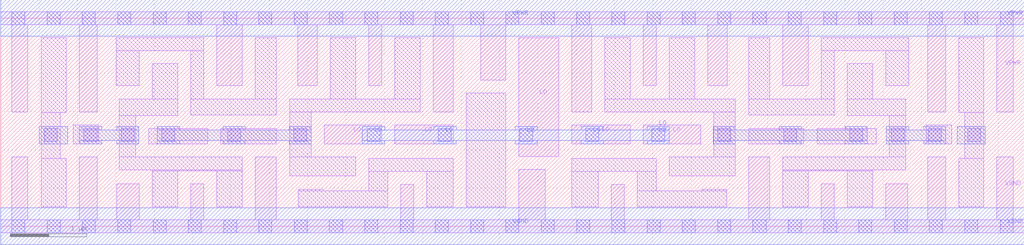
<source format=lef>
# Copyright 2020 The SkyWater PDK Authors
#
# Licensed under the Apache License, Version 2.0 (the "License");
# you may not use this file except in compliance with the License.
# You may obtain a copy of the License at
#
#     https://www.apache.org/licenses/LICENSE-2.0
#
# Unless required by applicable law or agreed to in writing, software
# distributed under the License is distributed on an "AS IS" BASIS,
# WITHOUT WARRANTIES OR CONDITIONS OF ANY KIND, either express or implied.
# See the License for the specific language governing permissions and
# limitations under the License.
#
# SPDX-License-Identifier: Apache-2.0

VERSION 5.7 ;
  NAMESCASESENSITIVE ON ;
  NOWIREEXTENSIONATPIN ON ;
  DIVIDERCHAR "/" ;
  BUSBITCHARS "[]" ;
UNITS
  DATABASE MICRONS 200 ;
END UNITS
MACRO sky130_fd_sc_hd__macro_sparecell
  CLASS CORE ;
  FOREIGN sky130_fd_sc_hd__macro_sparecell ;
  ORIGIN  0.000000  0.000000 ;
  SIZE  13.34000 BY  2.720000 ;
  SYMMETRY X Y R90 ;
  SITE unithd ;
  PIN LO
    ANTENNAGATEAREA  1.980000 ;
    DIRECTION OUTPUT ;
    USE SIGNAL ;
    PORT
      LAYER li1 ;
        RECT 4.215000 1.075000 4.965000 1.325000 ;
      LAYER mcon ;
        RECT 4.775000 1.105000 4.945000 1.275000 ;
    END
    PORT
      LAYER li1 ;
        RECT 5.135000 1.075000 5.895000 1.325000 ;
      LAYER mcon ;
        RECT 5.705000 1.105000 5.875000 1.275000 ;
    END
    PORT
      LAYER li1 ;
        RECT 6.755000 0.915000 7.275000 2.465000 ;
      LAYER mcon ;
        RECT 6.765000 1.105000 6.935000 1.275000 ;
    END
    PORT
      LAYER li1 ;
        RECT 7.445000 1.075000 8.205000 1.325000 ;
      LAYER mcon ;
        RECT 7.625000 1.105000 7.795000 1.275000 ;
    END
    PORT
      LAYER li1 ;
        RECT 8.375000 1.075000 9.125000 1.325000 ;
      LAYER mcon ;
        RECT 8.485000 1.105000 8.655000 1.275000 ;
    END
    PORT
      LAYER met1 ;
        RECT 4.715000 1.075000 5.005000 1.120000 ;
        RECT 4.715000 1.120000 8.715000 1.260000 ;
        RECT 4.715000 1.260000 5.005000 1.305000 ;
        RECT 5.645000 1.075000 5.935000 1.120000 ;
        RECT 5.645000 1.260000 5.935000 1.305000 ;
        RECT 6.705000 1.075000 6.995000 1.120000 ;
        RECT 6.705000 1.260000 6.995000 1.305000 ;
        RECT 7.565000 1.075000 7.855000 1.120000 ;
        RECT 7.565000 1.260000 7.855000 1.305000 ;
        RECT 8.425000 1.075000 8.715000 1.120000 ;
        RECT 8.425000 1.260000 8.715000 1.305000 ;
    END
  END LO
  PIN VGND
    DIRECTION INOUT ;
    SHAPE ABUTMENT ;
    USE GROUND ;
    PORT
      LAYER li1 ;
        RECT  0.000000 -0.085000 13.340000 0.085000 ;
        RECT  0.145000  0.085000  0.355000 0.905000 ;
        RECT  1.025000  0.085000  1.255000 0.905000 ;
        RECT  1.515000  0.085000  1.805000 0.555000 ;
        RECT  2.475000  0.085000  2.645000 0.555000 ;
        RECT  3.315000  0.085000  3.590000 0.905000 ;
        RECT  5.215000  0.085000  5.385000 0.545000 ;
        RECT  6.755000  0.085000  7.095000 0.745000 ;
        RECT  7.955000  0.085000  8.125000 0.545000 ;
        RECT  9.750000  0.085000 10.025000 0.905000 ;
        RECT 10.695000  0.085000 10.865000 0.555000 ;
        RECT 11.535000  0.085000 11.825000 0.555000 ;
        RECT 12.085000  0.085000 12.315000 0.905000 ;
        RECT 12.985000  0.085000 13.195000 0.905000 ;
      LAYER mcon ;
        RECT  0.145000 -0.085000  0.315000 0.085000 ;
        RECT  0.605000 -0.085000  0.775000 0.085000 ;
        RECT  1.065000 -0.085000  1.235000 0.085000 ;
        RECT  1.525000 -0.085000  1.695000 0.085000 ;
        RECT  1.985000 -0.085000  2.155000 0.085000 ;
        RECT  2.445000 -0.085000  2.615000 0.085000 ;
        RECT  2.905000 -0.085000  3.075000 0.085000 ;
        RECT  3.365000 -0.085000  3.535000 0.085000 ;
        RECT  3.825000 -0.085000  3.995000 0.085000 ;
        RECT  4.285000 -0.085000  4.455000 0.085000 ;
        RECT  4.745000 -0.085000  4.915000 0.085000 ;
        RECT  5.205000 -0.085000  5.375000 0.085000 ;
        RECT  5.665000 -0.085000  5.835000 0.085000 ;
        RECT  6.125000 -0.085000  6.295000 0.085000 ;
        RECT  6.585000 -0.085000  6.755000 0.085000 ;
        RECT  7.045000 -0.085000  7.215000 0.085000 ;
        RECT  7.505000 -0.085000  7.675000 0.085000 ;
        RECT  7.965000 -0.085000  8.135000 0.085000 ;
        RECT  8.425000 -0.085000  8.595000 0.085000 ;
        RECT  8.885000 -0.085000  9.055000 0.085000 ;
        RECT  9.345000 -0.085000  9.515000 0.085000 ;
        RECT  9.805000 -0.085000  9.975000 0.085000 ;
        RECT 10.265000 -0.085000 10.435000 0.085000 ;
        RECT 10.725000 -0.085000 10.895000 0.085000 ;
        RECT 11.185000 -0.085000 11.355000 0.085000 ;
        RECT 11.645000 -0.085000 11.815000 0.085000 ;
        RECT 12.105000 -0.085000 12.275000 0.085000 ;
        RECT 12.565000 -0.085000 12.735000 0.085000 ;
        RECT 13.025000 -0.085000 13.195000 0.085000 ;
    END
    PORT
      LAYER met1 ;
        RECT 0.000000 -0.240000 13.340000 0.240000 ;
    END
  END VGND
  PIN VPWR
    DIRECTION INOUT ;
    SHAPE ABUTMENT ;
    USE POWER ;
    PORT
      LAYER li1 ;
        RECT  0.000000 2.635000 13.340000 2.805000 ;
        RECT  0.145000 1.495000  0.355000 2.635000 ;
        RECT  1.025000 1.495000  1.255000 2.635000 ;
        RECT  2.815000 1.835000  3.145000 2.635000 ;
        RECT  3.870000 1.835000  4.125000 2.635000 ;
        RECT  4.795000 1.835000  4.965000 2.635000 ;
        RECT  5.635000 1.495000  5.895000 2.635000 ;
        RECT  6.255000 1.910000  6.585000 2.635000 ;
        RECT  7.445000 1.495000  7.705000 2.635000 ;
        RECT  8.375000 1.835000  8.545000 2.635000 ;
        RECT  9.215000 1.835000  9.470000 2.635000 ;
        RECT 10.195000 1.835000 10.525000 2.635000 ;
        RECT 12.085000 1.495000 12.315000 2.635000 ;
        RECT 12.985000 1.495000 13.195000 2.635000 ;
      LAYER mcon ;
        RECT  0.145000 2.635000  0.315000 2.805000 ;
        RECT  0.605000 2.635000  0.775000 2.805000 ;
        RECT  1.065000 2.635000  1.235000 2.805000 ;
        RECT  1.525000 2.635000  1.695000 2.805000 ;
        RECT  1.985000 2.635000  2.155000 2.805000 ;
        RECT  2.445000 2.635000  2.615000 2.805000 ;
        RECT  2.905000 2.635000  3.075000 2.805000 ;
        RECT  3.365000 2.635000  3.535000 2.805000 ;
        RECT  3.825000 2.635000  3.995000 2.805000 ;
        RECT  4.285000 2.635000  4.455000 2.805000 ;
        RECT  4.745000 2.635000  4.915000 2.805000 ;
        RECT  5.205000 2.635000  5.375000 2.805000 ;
        RECT  5.665000 2.635000  5.835000 2.805000 ;
        RECT  6.125000 2.635000  6.295000 2.805000 ;
        RECT  6.585000 2.635000  6.755000 2.805000 ;
        RECT  7.045000 2.635000  7.215000 2.805000 ;
        RECT  7.505000 2.635000  7.675000 2.805000 ;
        RECT  7.965000 2.635000  8.135000 2.805000 ;
        RECT  8.425000 2.635000  8.595000 2.805000 ;
        RECT  8.885000 2.635000  9.055000 2.805000 ;
        RECT  9.345000 2.635000  9.515000 2.805000 ;
        RECT  9.805000 2.635000  9.975000 2.805000 ;
        RECT 10.265000 2.635000 10.435000 2.805000 ;
        RECT 10.725000 2.635000 10.895000 2.805000 ;
        RECT 11.185000 2.635000 11.355000 2.805000 ;
        RECT 11.645000 2.635000 11.815000 2.805000 ;
        RECT 12.105000 2.635000 12.275000 2.805000 ;
        RECT 12.565000 2.635000 12.735000 2.805000 ;
        RECT 13.025000 2.635000 13.195000 2.805000 ;
    END
    PORT
      LAYER met1 ;
        RECT 0.000000 2.480000 13.340000 2.960000 ;
    END
  END VPWR
  OBS
    LAYER li1 ;
      RECT  0.525000 0.255000  0.855000 0.885000 ;
      RECT  0.525000 0.885000  0.775000 1.485000 ;
      RECT  0.525000 1.485000  0.855000 2.465000 ;
      RECT  0.945000 1.075000  1.275000 1.325000 ;
      RECT  1.505000 1.835000  1.805000 2.295000 ;
      RECT  1.505000 2.295000  2.645000 2.465000 ;
      RECT  1.545000 0.735000  3.145000 0.905000 ;
      RECT  1.545000 0.905000  1.760000 1.445000 ;
      RECT  1.545000 1.445000  2.305000 1.665000 ;
      RECT  1.930000 1.075000  2.700000 1.275000 ;
      RECT  1.975000 0.255000  2.305000 0.725000 ;
      RECT  1.975000 0.725000  3.145000 0.735000 ;
      RECT  1.975000 1.665000  2.305000 2.125000 ;
      RECT  2.475000 1.455000  3.590000 1.665000 ;
      RECT  2.475000 1.665000  2.645000 2.295000 ;
      RECT  2.815000 0.255000  3.145000 0.725000 ;
      RECT  2.870000 1.075000  3.590000 1.275000 ;
      RECT  3.315000 1.665000  3.590000 2.465000 ;
      RECT  3.765000 0.655000  4.625000 0.905000 ;
      RECT  3.765000 0.905000  4.045000 1.495000 ;
      RECT  3.765000 1.495000  5.465000 1.665000 ;
      RECT  3.875000 0.255000  5.045000 0.465000 ;
      RECT  3.875000 0.465000  4.205000 0.485000 ;
      RECT  4.295000 1.665000  4.625000 2.465000 ;
      RECT  4.795000 0.465000  5.045000 0.715000 ;
      RECT  4.795000 0.715000  5.895000 0.885000 ;
      RECT  5.135000 1.665000  5.465000 2.465000 ;
      RECT  5.555000 0.255000  5.895000 0.715000 ;
      RECT  6.065000 0.255000  6.585000 1.740000 ;
      RECT  7.445000 0.255000  7.785000 0.715000 ;
      RECT  7.445000 0.715000  8.545000 0.885000 ;
      RECT  7.875000 1.495000  9.575000 1.665000 ;
      RECT  7.875000 1.665000  8.205000 2.465000 ;
      RECT  8.295000 0.255000  9.465000 0.465000 ;
      RECT  8.295000 0.465000  8.545000 0.715000 ;
      RECT  8.715000 0.655000  9.575000 0.905000 ;
      RECT  8.715000 1.665000  9.045000 2.465000 ;
      RECT  9.135000 0.465000  9.465000 0.485000 ;
      RECT  9.295000 0.905000  9.575000 1.495000 ;
      RECT  9.750000 1.075000 10.470000 1.275000 ;
      RECT  9.750000 1.455000 10.865000 1.665000 ;
      RECT  9.750000 1.665000 10.025000 2.465000 ;
      RECT 10.195000 0.255000 10.525000 0.725000 ;
      RECT 10.195000 0.725000 11.365000 0.735000 ;
      RECT 10.195000 0.735000 11.795000 0.905000 ;
      RECT 10.640000 1.075000 11.410000 1.275000 ;
      RECT 10.695000 1.665000 10.865000 2.295000 ;
      RECT 10.695000 2.295000 11.835000 2.465000 ;
      RECT 11.035000 0.255000 11.365000 0.725000 ;
      RECT 11.035000 1.445000 11.795000 1.665000 ;
      RECT 11.035000 1.665000 11.365000 2.125000 ;
      RECT 11.535000 1.835000 11.835000 2.295000 ;
      RECT 11.580000 0.905000 11.795000 1.445000 ;
      RECT 12.065000 1.075000 12.395000 1.325000 ;
      RECT 12.485000 0.255000 12.815000 0.885000 ;
      RECT 12.485000 1.485000 12.815000 2.465000 ;
      RECT 12.565000 0.885000 12.815000 1.485000 ;
    LAYER mcon ;
      RECT  0.565000 1.105000  0.735000 1.275000 ;
      RECT  1.085000 1.105000  1.255000 1.275000 ;
      RECT  1.570000 1.105000  1.740000 1.275000 ;
      RECT  2.100000 1.105000  2.270000 1.275000 ;
      RECT  2.960000 1.105000  3.130000 1.275000 ;
      RECT  3.820000 1.105000  3.990000 1.275000 ;
      RECT  9.345000 1.105000  9.515000 1.275000 ;
      RECT 10.205000 1.105000 10.375000 1.275000 ;
      RECT 11.065000 1.105000 11.235000 1.275000 ;
      RECT 11.605000 1.105000 11.775000 1.275000 ;
      RECT 12.090000 1.105000 12.260000 1.275000 ;
      RECT 12.605000 1.105000 12.775000 1.275000 ;
    LAYER met1 ;
      RECT  0.505000 1.075000  0.875000 1.305000 ;
      RECT  1.025000 1.075000  1.315000 1.120000 ;
      RECT  1.025000 1.120000  1.800000 1.260000 ;
      RECT  1.025000 1.260000  1.315000 1.305000 ;
      RECT  1.510000 1.075000  1.800000 1.120000 ;
      RECT  1.510000 1.260000  1.800000 1.305000 ;
      RECT  2.040000 1.075000  2.330000 1.120000 ;
      RECT  2.040000 1.120000  4.050000 1.260000 ;
      RECT  2.040000 1.260000  2.330000 1.305000 ;
      RECT  2.900000 1.075000  3.190000 1.120000 ;
      RECT  2.900000 1.260000  3.190000 1.305000 ;
      RECT  3.760000 1.075000  4.050000 1.120000 ;
      RECT  3.760000 1.260000  4.050000 1.305000 ;
      RECT  9.285000 1.075000  9.575000 1.120000 ;
      RECT  9.285000 1.120000 11.295000 1.260000 ;
      RECT  9.285000 1.260000  9.575000 1.305000 ;
      RECT 10.145000 1.075000 10.435000 1.120000 ;
      RECT 10.145000 1.260000 10.435000 1.305000 ;
      RECT 11.005000 1.075000 11.295000 1.120000 ;
      RECT 11.005000 1.260000 11.295000 1.305000 ;
      RECT 11.545000 1.075000 11.835000 1.120000 ;
      RECT 11.545000 1.120000 12.320000 1.260000 ;
      RECT 11.545000 1.260000 11.835000 1.305000 ;
      RECT 12.030000 1.075000 12.320000 1.120000 ;
      RECT 12.030000 1.260000 12.320000 1.305000 ;
      RECT 12.470000 1.075000 12.835000 1.305000 ;
  END
END sky130_fd_sc_hd__macro_sparecell
END LIBRARY

</source>
